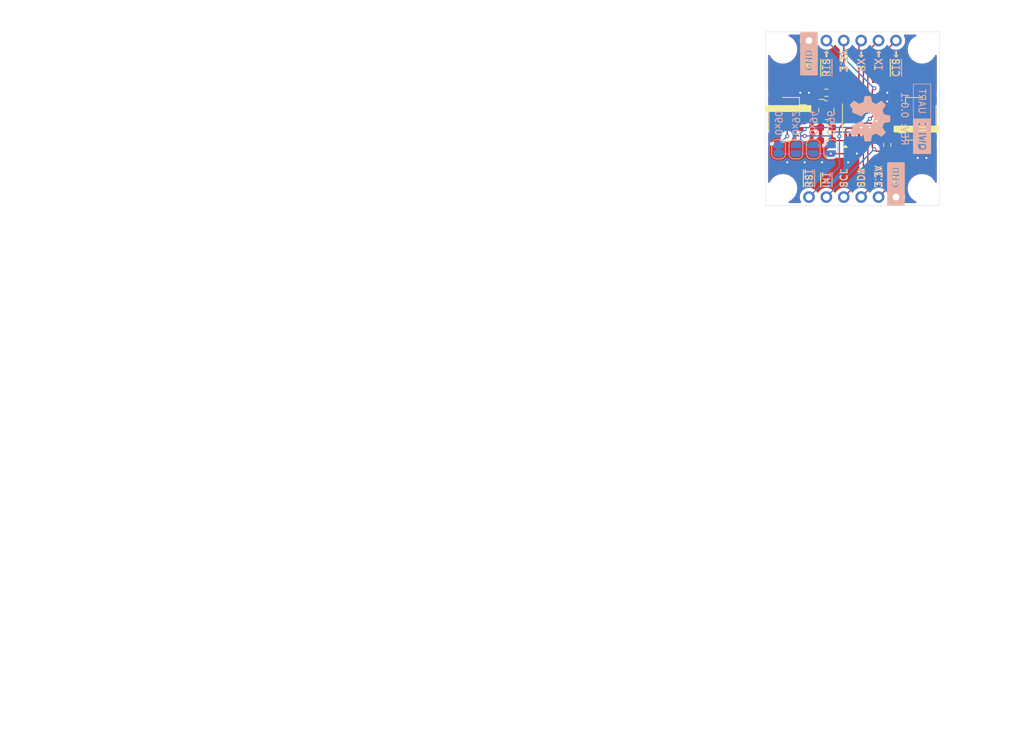
<source format=kicad_pcb>
(kicad_pcb (version 20240108) (generator "pcbnew") (generator_version "8.0")
  (title_block (title "Qwiic UART") (date "2025-01-11") (rev "0.0.1") (company "Designer: C. M. Bulliner") (comment 2 "OF MERCHANTABILITY, SATISFACTORY QUALITY AND FITNESS FOR A PARTICULAR PURPOSE.") (comment 3 "This document is distributed WITHOUT ANY EXPRESS OR IMPLIED WARRANTY, INCLUDING") (comment 4 "© 2025 C. M. Bulliner. Released under the CERN-OHL-P v2 license."))
  (layers (0 "F.Cu" signal) (31 "B.Cu" signal) (34 "B.Paste" user) (35 "F.Paste" user) (36 "B.SilkS" user "B.Silkscreen") (37 "F.SilkS" user "F.Silkscreen") (38 "B.Mask" user) (39 "F.Mask" user) (44 "Edge.Cuts" user))
  (net 0 "")
  (net 1 "GND")
  (net 2 "+3.3V")
  (net 5 "/SDA")
  (net 6 "/SCL")
  (net 9 "/RX")
  (net 10 "/~{RTS}")
  (net 11 "/~{CTS}")
  (net 12 "/TX")
  (net 13 "/~{RST}")
  (net 14 "/~{INT}")
  (net 16 "/A0")
  (net 18 "Net-(X1-Tri-State)")
  (net 19 "/CLK")
  (footprint "Project_Footprints:MountingHole_3.2mm" (layer "F.Cu") (at 149.86 97.79)
    (property "Reference" "REF**" (hide yes))
    (property "Value" "MountingHole_3.2mm" (hide yes))
    (pad "" np_thru_hole circle (at 0 0) (size 3.2 3.2) (drill 3.2) (layers "*.Cu" "*.Mask"))
  )
  (footprint "Resistor_SMD:R_0603_1608Metric_Pad0.98x0.95mm_HandSolder" (layer "F.Cu") (at 135.89 104.14 180)
    (property "Reference" "R2" (hide yes))
    (property "Value" "1K" (hide yes))
    (fp_line (start -0.254724 0.5225) (end 0.254724 0.5225) (stroke (width 0.12)) (layer "F.SilkS"))
    (fp_line (start -0.254724 -0.5225) (end 0.254724 -0.5225) (stroke (width 0.12)) (layer "F.SilkS"))
    (pad "1" smd roundrect (at -0.9125 0 180) (size 0.975 0.95) (layers "F.Cu" "F.Paste" "F.Mask") (net 2 "+3.3V"))
    (pad "2" smd roundrect (at 0.9125 0 180) (size 0.975 0.95) (layers "F.Cu" "F.Paste" "F.Mask") (net 18 "Net-(X1-Tri-State)"))
  )
  (footprint "Project_Footprints:MountingHole_3.2mm" (layer "F.Cu") (at 149.86 118.11)
    (property "Reference" "REF**" (hide yes))
    (property "Value" "MountingHole_3.2mm" (hide yes))
    (pad "" np_thru_hole circle (at 0 0) (size 3.2 3.2) (drill 3.2) (layers "*.Cu" "*.Mask"))
  )
  (footprint "Package_SO:TSSOP-16_4.4x5mm_P0.65mm" (layer "F.Cu") (at 140.97 107.95 90)
    (property "Reference" "U1" (hide yes))
    (property "Value" "SC16IS741A" (hide yes))
    (fp_line (start 0 -2.735) (end 2.2 -2.735) (stroke (width 0.12)) (layer "F.SilkS"))
    (fp_line (start 0 -2.735) (end -2.2 -2.735) (stroke (width 0.12)) (layer "F.SilkS"))
    (fp_line (start 0 2.735) (end 2.2 2.735) (stroke (width 0.12)) (layer "F.SilkS"))
    (fp_line (start 0 2.735) (end -2.2 2.735) (stroke (width 0.12)) (layer "F.SilkS"))
    (fp_poly (pts (xy -3.86 -2.275) (xy -4.19 -2.515) (xy -4.19 -2.035) (xy -3.86 -2.275)) (stroke (width 0.12)) (fill solid) (layer "F.SilkS"))
    (pad "1" smd roundrect (at -2.8625 -2.275 90) (size 1.475 0.4) (layers "F.Cu" "F.Paste" "F.Mask") (net 2 "+3.3V"))
    (pad "2" smd roundrect (at -2.8625 -1.625 90) (size 1.475 0.4) (layers "F.Cu" "F.Paste" "F.Mask") (net 16 "/A0"))
    (pad "3" smd roundrect (at -2.8625 -0.975 90) (size 1.475 0.4) (layers "F.Cu" "F.Paste" "F.Mask") (net 2 "+3.3V"))
    (pad "4" smd roundrect (at -2.8625 -0.325 90) (size 1.475 0.4) (layers "F.Cu" "F.Paste" "F.Mask"))
    (pad "5" smd roundrect (at -2.8625 0.325 90) (size 1.475 0.4) (layers "F.Cu" "F.Paste" "F.Mask") (net 6 "/SCL"))
    (pad "6" smd roundrect (at -2.8625 0.975 90) (size 1.475 0.4) (layers "F.Cu" "F.Paste" "F.Mask") (net 5 "/SDA"))
    (pad "7" smd roundrect (at -2.8625 1.625 90) (size 1.475 0.4) (layers "F.Cu" "F.Paste" "F.Mask") (net 14 "/~{INT}"))
    (pad "8" smd roundrect (at -2.8625 2.275 90) (size 1.475 0.4) (layers "F.Cu" "F.Paste" "F.Mask") (net 2 "+3.3V"))
    (pad "9" smd roundrect (at 2.8625 2.275 90) (size 1.475 0.4) (layers "F.Cu" "F.Paste" "F.Mask") (net 1 "GND"))
    (pad "10" smd roundrect (at 2.8625 1.625 90) (size 1.475 0.4) (layers "F.Cu" "F.Paste" "F.Mask") (net 10 "/~{RTS}"))
    (pad "11" smd roundrect (at 2.8625 0.975 90) (size 1.475 0.4) (layers "F.Cu" "F.Paste" "F.Mask") (net 11 "/~{CTS}"))
    (pad "12" smd roundrect (at 2.8625 0.325 90) (size 1.475 0.4) (layers "F.Cu" "F.Paste" "F.Mask") (net 12 "/TX"))
    (pad "13" smd roundrect (at 2.8625 -0.325 90) (size 1.475 0.4) (layers "F.Cu" "F.Paste" "F.Mask") (net 9 "/RX"))
    (pad "14" smd roundrect (at 2.8625 -0.975 90) (size 1.475 0.4) (layers "F.Cu" "F.Paste" "F.Mask") (net 13 "/~{RST}"))
    (pad "15" smd roundrect (at 2.8625 -1.625 90) (size 1.475 0.4) (layers "F.Cu" "F.Paste" "F.Mask") (net 19 "/CLK"))
    (pad "16" smd roundrect (at 2.8625 -2.275 90) (size 1.475 0.4) (layers "F.Cu" "F.Paste" "F.Mask"))
  )
  (footprint "Capacitor_SMD:C_0603_1608Metric_Pad1.08x0.95mm_HandSolder" (layer "F.Cu") (at 135.89 109.22)
    (property "Reference" "C1" (hide yes))
    (property "Value" "0.1uF" (hide yes))
    (fp_line (start -0.146267 -0.51) (end 0.146267 -0.51) (stroke (width 0.12)) (layer "F.SilkS"))
    (fp_line (start -0.146267 0.51) (end 0.146267 0.51) (stroke (width 0.12)) (layer "F.SilkS"))
    (pad "1" smd roundrect (at -0.8625 0) (size 1.075 0.95) (layers "F.Cu" "F.Paste" "F.Mask") (net 1 "GND"))
    (pad "2" smd roundrect (at 0.8625 0) (size 1.075 0.95) (layers "F.Cu" "F.Paste" "F.Mask") (net 2 "+3.3V"))
  )
  (footprint "Capacitor_SMD:C_0603_1608Metric_Pad1.08x0.95mm_HandSolder" (layer "F.Cu") (at 135.89 111.125)
    (property "Reference" "C2" (hide yes))
    (property "Value" "0.1uF" (hide yes))
    (fp_line (start -0.146267 -0.51) (end 0.146267 -0.51) (stroke (width 0.12)) (layer "F.SilkS"))
    (fp_line (start -0.146267 0.51) (end 0.146267 0.51) (stroke (width 0.12)) (layer "F.SilkS"))
    (pad "1" smd roundrect (at -0.8625 0) (size 1.075 0.95) (layers "F.Cu" "F.Paste" "F.Mask") (net 1 "GND"))
    (pad "2" smd roundrect (at 0.8625 0) (size 1.075 0.95) (layers "F.Cu" "F.Paste" "F.Mask") (net 2 "+3.3V"))
  )
  (footprint "Connector_JST:JST_SH_SM04B-SRSS-TB_1x04-1MP_P1.00mm_Horizontal" (layer "F.Cu") (at 149.225 107.95 90)
    (property "Reference" "J2" (hide yes))
    (property "Value" "QWIIC" (hide yes))
    (fp_line (start 3.11 -1.785) (end 2.06 -1.785) (stroke (width 0.12)) (layer "F.SilkS"))
    (fp_line (start -2.06 -1.785) (end -2.06 -2.775) (stroke (width 0.12)) (layer "F.SilkS"))
    (fp_line (start -3.11 -1.785) (end -2.06 -1.785) (stroke (width 0.12)) (layer "F.SilkS"))
    (fp_line (start 3.11 0.715) (end 3.11 -1.785) (stroke (width 0.12)) (layer "F.SilkS"))
    (fp_line (start -3.11 0.715) (end -3.11 -1.785) (stroke (width 0.12)) (layer "F.SilkS"))
    (fp_line (start -1.94 2.685) (end 1.94 2.685) (stroke (width 0.12)) (layer "F.SilkS"))
    (pad "1" smd roundrect (at -1.5 -2 90) (size 0.6 1.55) (layers "F.Cu" "F.Paste" "F.Mask") (net 1 "GND"))
    (pad "2" smd roundrect (at -0.5 -2 90) (size 0.6 1.55) (layers "F.Cu" "F.Paste" "F.Mask") (net 2 "+3.3V"))
    (pad "3" smd roundrect (at 0.5 -2 90) (size 0.6 1.55) (layers "F.Cu" "F.Paste" "F.Mask") (net 5 "/SDA"))
    (pad "4" smd roundrect (at 1.5 -2 90) (size 0.6 1.55) (layers "F.Cu" "F.Paste" "F.Mask") (net 6 "/SCL"))
    (pad "MP" smd roundrect (at -2.8 1.875 90) (size 1.2 1.8) (layers "F.Cu" "F.Paste" "F.Mask") (roundrect_rratio 0.208333))
    (pad "MP" smd roundrect (at 2.8 1.875 90) (size 1.2 1.8) (layers "F.Cu" "F.Paste" "F.Mask") (roundrect_rratio 0.208333))
  )
  (footprint "Connector_JST:JST_SH_SM04B-SRSS-TB_1x04-1MP_P1.00mm_Horizontal" (layer "F.Cu") (at 130.175 107.95 -90)
    (property "Reference" "J1" (hide yes))
    (property "Value" "QWIIC" (hide yes))
    (fp_line (start -1.94 2.685) (end 1.94 2.685) (stroke (width 0.12)) (layer "F.SilkS"))
    (fp_line (start -3.11 0.715) (end -3.11 -1.785) (stroke (width 0.12)) (layer "F.SilkS"))
    (fp_line (start 3.11 0.715) (end 3.11 -1.785) (stroke (width 0.12)) (layer "F.SilkS"))
    (fp_line (start -3.11 -1.785) (end -2.06 -1.785) (stroke (width 0.12)) (layer "F.SilkS"))
    (fp_line (start -2.06 -1.785) (end -2.06 -2.775) (stroke (width 0.12)) (layer "F.SilkS"))
    (fp_line (start 3.11 -1.785) (end 2.06 -1.785) (stroke (width 0.12)) (layer "F.SilkS"))
    (pad "1" smd roundrect (at -1.5 -2 270) (size 0.6 1.55) (layers "F.Cu" "F.Paste" "F.Mask") (net 1 "GND"))
    (pad "2" smd roundrect (at -0.5 -2 270) (size 0.6 1.55) (layers "F.Cu" "F.Paste" "F.Mask") (net 2 "+3.3V"))
    (pad "3" smd roundrect (at 0.5 -2 270) (size 0.6 1.55) (layers "F.Cu" "F.Paste" "F.Mask") (net 5 "/SDA"))
    (pad "4" smd roundrect (at 1.5 -2 270) (size 0.6 1.55) (layers "F.Cu" "F.Paste" "F.Mask") (net 6 "/SCL"))
    (pad "MP" smd roundrect (at -2.8 1.875 270) (size 1.2 1.8) (layers "F.Cu" "F.Paste" "F.Mask") (roundrect_rratio 0.208333))
    (pad "MP" smd roundrect (at 2.8 1.875 270) (size 1.2 1.8) (layers "F.Cu" "F.Paste" "F.Mask") (roundrect_rratio 0.208333))
  )
  (footprint "Oscillator:Oscillator_SMD_ECS_2520MV-xxx-xx-4Pin_2.5x2.0mm" (layer "F.Cu") (at 135.89 106.68)
    (property "Reference" "X1" (hide yes))
    (property "Value" "ECS-2520MVLC-018-BN-TR" (hide yes))
    (fp_line (start -1.11 0.32) (end -1.11 -0.32) (stroke (width 0.12)) (layer "F.SilkS"))
    (fp_line (start -0.38 -1.56) (end -1.07 -1.56) (stroke (width 0.12)) (layer "F.SilkS"))
    (fp_line (start -0.17 1.36) (end 0.17 1.36) (stroke (width 0.12)) (layer "F.SilkS"))
    (fp_line (start -0.16 -1.36) (end 0.17 -1.36) (stroke (width 0.12)) (layer "F.SilkS"))
    (fp_line (start 1.11 0.32) (end 1.11 -0.32) (stroke (width 0.12)) (layer "F.SilkS"))
    (fp_arc (start -0.38 -1.56) (mid -0.246393 -1.485967) (end -0.16 -1.36) (stroke (width 0.12)) (layer "F.SilkS"))
    (pad "1" smd roundrect (at -0.725 -0.925) (size 0.8 0.9) (layers "F.Cu" "F.Paste" "F.Mask") (net 18 "Net-(X1-Tri-State)"))
    (pad "2" smd roundrect (at -0.725 0.925) (size 0.8 0.9) (layers "F.Cu" "F.Paste" "F.Mask") (net 1 "GND"))
    (pad "3" smd roundrect (at 0.725 0.925) (size 0.8 0.9) (layers "F.Cu" "F.Paste" "F.Mask") (net 19 "/CLK"))
    (pad "4" smd roundrect (at 0.725 -0.925) (size 0.8 0.9) (layers "F.Cu" "F.Paste" "F.Mask") (net 2 "+3.3V"))
  )
  (footprint "Resistor_SMD:R_0603_1608Metric_Pad0.98x0.95mm_HandSolder" (layer "F.Cu") (at 144.78 111.76 -90)
    (property "Reference" "R1" (hide yes))
    (property "Value" "1K" (hide yes))
    (fp_line (start -0.254724 0.5225) (end 0.254724 0.5225) (stroke (width 0.12)) (layer "F.SilkS"))
    (fp_line (start -0.254724 -0.5225) (end 0.254724 -0.5225) (stroke (width 0.12)) (layer "F.SilkS"))
    (pad "1" smd roundrect (at -0.9125 0 270) (size 0.975 0.95) (layers "F.Cu" "F.Paste" "F.Mask") (net 2 "+3.3V"))
    (pad "2" smd roundrect (at 0.9125 0 270) (size 0.975 0.95) (layers "F.Cu" "F.Paste" "F.Mask") (net 14 "/~{INT}"))
  )
  (footprint "Project_Footprints:MountingHole_3.2mm" (layer "F.Cu") (at 129.54 97.79)
    (property "Reference" "REF**" (hide yes))
    (property "Value" "MountingHole_3.2mm" (hide yes))
    (pad "" np_thru_hole circle (at 0 0) (size 3.2 3.2) (drill 3.2) (layers "*.Cu" "*.Mask"))
  )
  (footprint "Project_Footprints:MountingHole_3.2mm" (layer "F.Cu") (at 129.54 118.11)
    (property "Reference" "REF**" (hide yes))
    (property "Value" "MountingHole_3.2mm" (hide yes))
    (pad "" np_thru_hole circle (at 0 0) (size 3.2 3.2) (drill 3.2) (layers "*.Cu" "*.Mask"))
  )
  (footprint "Project_Footprints:PinHeader_1x06_P2.54mm" (layer "F.Cu") (at 146.05 119.38 -90)
    (property "Reference" "J4")
    (property "Value" "~" (hide yes))
    (pad "1" thru_hole circle (at 0 0 270) (size 1.7 1.7) (drill 1) (layers "*.Cu" "*.Mask") (net 1 "GND"))
    (pad "2" thru_hole circle (at 0 2.54 270) (size 1.7 1.7) (drill 1) (layers "*.Cu" "*.Mask") (net 2 "+3.3V"))
    (pad "3" thru_hole circle (at 0 5.08 270) (size 1.7 1.7) (drill 1) (layers "*.Cu" "*.Mask") (net 5 "/SDA"))
    (pad "4" thru_hole circle (at 0 7.62 270) (size 1.7 1.7) (drill 1) (layers "*.Cu" "*.Mask") (net 6 "/SCL"))
    (pad "5" thru_hole circle (at 0 10.16 270) (size 1.7 1.7) (drill 1) (layers "*.Cu" "*.Mask") (net 14 "/~{INT}"))
    (pad "6" thru_hole circle (at 0 12.7 270) (size 1.7 1.7) (drill 1) (layers "*.Cu" "*.Mask") (net 13 "/~{RST}"))
  )
  (footprint "Project_Footprints:PinHeader_1x06_P2.54mm" (layer "F.Cu") (at 133.35 96.52 90)
    (property "Reference" "J3")
    (property "Value" "FTDI" (hide yes))
    (pad "1" thru_hole circle (at 0 0 90) (size 1.7 1.7) (drill 1) (layers "*.Cu" "*.Mask") (net 1 "GND"))
    (pad "2" thru_hole circle (at 0 2.54 90) (size 1.7 1.7) (drill 1) (layers "*.Cu" "*.Mask") (net 10 "/~{RTS}"))
    (pad "3" thru_hole circle (at 0 5.08 90) (size 1.7 1.7) (drill 1) (layers "*.Cu" "*.Mask") (net 2 "+3.3V"))
    (pad "4" thru_hole circle (at 0 7.62 90) (size 1.7 1.7) (drill 1) (layers "*.Cu" "*.Mask") (net 9 "/RX"))
    (pad "5" thru_hole circle (at 0 10.16 90) (size 1.7 1.7) (drill 1) (layers "*.Cu" "*.Mask") (net 12 "/TX"))
    (pad "6" thru_hole circle (at 0 12.7 90) (size 1.7 1.7) (drill 1) (layers "*.Cu" "*.Mask") (net 11 "/~{CTS}"))
  )
  (footprint "Jumper:SolderJumper-2_P1.3mm_Open_RoundedPad1.0x1.5mm" (layer "B.Cu") (at 131.445 112.395 -90)
    (property "Reference" "JP2")
    (property "Value" "SolderJumper_2_Open" (hide yes))
    (fp_line (start 0.7 1) (end -0.7 1) (stroke (width 0.12)) (layer "B.SilkS"))
    (fp_line (start -1.4 0.3) (end -1.4 -0.3) (stroke (width 0.12)) (layer "B.SilkS"))
    (fp_line (start 1.4 -0.3) (end 1.4 0.3) (stroke (width 0.12)) (layer "B.SilkS"))
    (fp_line (start -0.7 -1) (end 0.7 -1) (stroke (width 0.12)) (layer "B.SilkS"))
    (fp_arc (start -0.7 1) (mid -1.194975 0.794975) (end -1.4 0.3) (stroke (width 0.12)) (layer "B.SilkS"))
    (fp_arc (start 1.4 0.3) (mid 1.194975 0.794975) (end 0.7 1) (stroke (width 0.12)) (layer "B.SilkS"))
    (fp_arc (start -1.4 -0.3) (mid -1.194975 -0.794975) (end -0.7 -1) (stroke (width 0.12)) (layer "B.SilkS"))
    (fp_arc (start 0.7 -1) (mid 1.194975 -0.794975) (end 1.4 -0.3) (stroke (width 0.12)) (layer "B.SilkS"))
    (pad "1" smd custom (at -0.65 0 270) (size 1 0.5) (layers "B.Cu" "B.Mask") (net 1 "GND") (options (clearance outline) (anchor rect)) (primitives (gr_circle (center 0 -0.25) (end 0.5 -0.25) (width 0) (fill yes)) (gr_circle (center 0 0.25) (end 0.5 0.25) (width 0) (fill yes)) (gr_poly (pts (xy 0.5 -0.75) (xy 0 -0.75) (xy 0 0.75) (xy 0.5 0.75)) (width 0) (fill yes))))
    (pad "2" smd custom (at 0.65 0 270) (size 1 0.5) (layers "B.Cu" "B.Mask") (net 16 "/A0") (options (clearance outline) (anchor rect)) (primitives (gr_circle (center 0 -0.25) (end 0.5 -0.25) (width 0) (fill yes)) (gr_circle (center 0 0.25) (end 0.5 0.25) (width 0) (fill yes)) (gr_poly (pts (xy 0 -0.75) (xy -0.5 -0.75) (xy -0.5 0.75) (xy 0 0.75)) (width 0) (fill yes))))
  )
  (footprint "Jumper:SolderJumper-2_P1.3mm_Open_RoundedPad1.0x1.5mm" (layer "B.Cu") (at 133.985 112.395 -90)
    (property "Reference" "JP3")
    (property "Value" "SolderJumper_2_Open" (hide yes))
    (fp_line (start 0.7 1) (end -0.7 1) (stroke (width 0.12)) (layer "B.SilkS"))
    (fp_line (start -1.4 0.3) (end -1.4 -0.3) (stroke (width 0.12)) (layer "B.SilkS"))
    (fp_line (start 1.4 -0.3) (end 1.4 0.3) (stroke (width 0.12)) (layer "B.SilkS"))
    (fp_line (start -0.7 -1) (end 0.7 -1) (stroke (width 0.12)) (layer "B.SilkS"))
    (fp_arc (start -0.7 1) (mid -1.194975 0.794975) (end -1.4 0.3) (stroke (width 0.12)) (layer "B.SilkS"))
    (fp_arc (start 1.4 0.3) (mid 1.194975 0.794975) (end 0.7 1) (stroke (width 0.12)) (layer "B.SilkS"))
    (fp_arc (start -1.4 -0.3) (mid -1.194975 -0.794975) (end -0.7 -1) (stroke (width 0.12)) (layer "B.SilkS"))
    (fp_arc (start 0.7 -1) (mid 1.194975 -0.794975) (end 1.4 -0.3) (stroke (width 0.12)) (layer "B.SilkS"))
    (pad "1" smd custom (at -0.65 0 270) (size 1 0.5) (layers "B.Cu" "B.Mask") (net 6 "/SCL") (options (clearance outline) (anchor rect)) (primitives (gr_circle (center 0 -0.25) (end 0.5 -0.25) (width 0) (fill yes)) (gr_circle (center 0 0.25) (end 0.5 0.25) (width 0) (fill yes)) (gr_poly (pts (xy 0.5 -0.75) (xy 0 -0.75) (xy 0 0.75) (xy 0.5 0.75)) (width 0) (fill yes))))
    (pad "2" smd custom (at 0.65 0 270) (size 1 0.5) (layers "B.Cu" "B.Mask") (net 16 "/A0") (options (clearance outline) (anchor rect)) (primitives (gr_circle (center 0 -0.25) (end 0.5 -0.25) (width 0) (fill yes)) (gr_circle (center 0 0.25) (end 0.5 0.25) (width 0) (fill yes)) (gr_poly (pts (xy 0 -0.75) (xy -0.5 -0.75) (xy -0.5 0.75) (xy 0 0.75)) (width 0) (fill yes))))
  )
  (footprint "Symbol:OSHW-Symbol_6.7x6mm_SilkScreen" (layer "B.Cu") (at 142.24 107.95 90)
    (property "Reference" "REF**" (hide yes))
    (property "Value" "OSHW-Symbol_6.7x6mm_SilkScreen" (hide yes))
    (fp_poly (pts (xy 0.555814 2.531069) (xy 0.639635 2.086445) (xy 0.94892 1.958947) (xy 1.258206 1.831449) (xy 1.629246 2.083754) (xy 1.733157 2.154004) (xy 1.827087 2.216728) (xy 1.906652 2.269062) (xy 1.96747 2.308143) (xy 2.005157 2.331107) (xy 2.015421 2.336058) (xy 2.03391 2.323324) (xy 2.07342 2.288118) (xy 2.129522 2.234938) (xy 2.197787 2.168282) (xy 2.273786 2.092646) (xy 2.353092 2.012528) (xy 2.431275 1.932426) (xy 2.503907 1.856836) (xy 2.566559 1.790255) (xy 2.614803 1.737182) (xy 2.64421 1.702113) (xy 2.651241 1.690377) (xy 2.641123 1.66874) (xy 2.612759 1.621338) (xy 2.569129 1.552807) (xy 2.513218 1.467785) (xy 2.448006 1.370907) (xy 2.410219 1.31565) (xy 2.341343 1.214752) (xy 2.28014 1.123701) (xy 2.229578 1.04703) (xy 2.192628 0.989272) (xy 2.172258 0.954957) (xy 2.169197 0.947746) (xy 2.176136 0.927252) (xy 2.195051 0.879487) (xy 2.223087 0.811168) (xy 2.257391 0.729011) (xy 2.295109 0.63973) (xy 2.333387 0.550042) (xy 2.36937 0.466662) (xy 2.400206 0.396306) (xy 2.423039 0.34569) (xy 2.435017 0.321529) (xy 2.435724 0.320578) (xy 2.454531 0.315964) (xy 2.504618 0.305672) (xy 2.580793 0.290713) (xy 2.677865 0.272099) (xy 2.790643 0.250841) (xy 2.856442 0.238582) (xy 2.97695 0.215638) (xy 3.085797 0.193805) (xy 3.177476 0.174278) (xy 3.246481 0.158252) (xy 3.287304 0.146921) (xy 3.295511 0.143326) (xy 3.303548 0.118994) (xy 3.310033 0.064041) (xy 3.31497 -0.015108) (xy 3.318364 -0.112026) (xy 3.320218 -0.220287) (xy 3.320538 -0.333465) (xy 3.319327 -0.445135) (xy 3.31659 -0.548868) (xy 3.312331 -0.638241) (xy 3.306555 -0.706826) (xy 3.299267 -0.748197) (xy 3.294895 -0.75681) (xy 3.268764 -0.767133) (xy 3.213393 -0.781892) (xy 3.136107 -0.799352) (xy 3.04423 -0.81778) (xy 3.012158 -0.823741) (xy 2.857524 -0.852066) (xy 2.735375 -0.874876) (xy 2.641673 -0.89308) (xy 2.572384 -0.907583) (xy 2.523471 -0.919292) (xy 2.490897 -0.929115) (xy 2.470628 -0.937956) (xy 2.458626 -0.946724) (xy 2.456947 -0.948457) (xy 2.440184 -0.976371) (xy 2.414614 -1.030695) (xy 2.382788 -1.104777) (xy 2.34726 -1.191965) (xy 2.310583 -1.285608) (xy 2.275311 -1.379052) (xy 2.243996 -1.465647) (xy 2.219193 -1.53874) (xy 2.203454 -1.591678) (xy 2.199332 -1.617811) (xy 2.199676 -1.618726) (xy 2.213641 -1.640086) (xy 2.245322 -1.687084) (xy 2.291391 -1.754827) (xy 2.348518 -1.838423) (xy 2.413373 -1.932982) (xy 2.431843 -1.959854) (xy 2.497699 -2.057275) (xy 2.55565 -2.146163) (xy 2.602538 -2.221412) (xy 2.635207 -2.27792) (xy 2.6505 -2.310581) (xy 2.651241 -2.314593) (xy 2.638392 -2.335684) (xy 2.602888 -2.377464) (xy 2.549293 -2.435445) (xy 2.482171 -2.505135) (xy 2.406087 -2.582045) (xy 2.325604 -2.661683) (xy 2.245287 -2.739561) (xy 2.169699 -2.811186) (xy 2.103405 -2.87207) (xy 2.050969 -2.917721) (xy 2.016955 -2.94365) (xy 2.007545 -2.947883) (xy 1.985643 -2.937912) (xy 1.9408 -2.91102) (xy 1.880321 -2.871736) (xy 1.833789 -2.840117) (xy 1.749475 -2.782098) (xy 1.649626 -2.713784) (xy 1.549473 -2.645579) (xy 1.495627 -2.609075) (xy 1.313371 -2.4858) (xy 1.160381 -2.56852) (xy 1.090682 -2.604759) (xy 1.031414 -2.632926) (xy 0.991311 -2.648991) (xy 0.981103 -2.651226) (xy 0.968829 -2.634722) (xy 0.944613 -2.588082) (xy 0.910263 -2.515609) (xy 0.867588 -2.421606) (xy 0.818394 -2.310374) (xy 0.76449 -2.186215) (xy 0.707684 -2.053432) (xy 0.649782 -1.916327) (xy 0.592593 -1.779202) (xy 0.537924 -1.646358) (xy 0.487584 -1.522098) (xy 0.44338 -1.410725) (xy 0.407119 -1.316539) (xy 0.380609 -1.243844) (xy 0.365658 -1.196941) (xy 0.363254 -1.180833) (xy 0.382311 -1.160286) (xy 0.424036 -1.126933) (xy 0.479706 -1.087702) (xy 0.484378 -1.084599) (xy 0.628264 -0.969423) (xy 0.744283 -0.835053) (xy 0.83143 -0.685784) (xy 0.888699 -0.525913) (xy 0.915086 -0.359737) (xy 0.909585 -0.191552) (xy 0.87119 -0.025655) (xy 0.798895 0.133658) (xy 0.777626 0.168513) (xy 0.666996 0.309263) (xy 0.536302 0.422286) (xy 0.390064 0.506997) (xy 0.232808 0.562806) (xy 0.069057 0.589126) (xy -0.096667 0.58537) (xy -0.259838 0.55095) (xy -0.415935 0.485277) (xy -0.560433 0.387765) (xy -0.605131 0.348187) (xy -0.718888 0.224297) (xy -0.801782 0.093876) (xy -0.858644 -0.052315) (xy -0.890313 -0.197088) (xy -0.898131 -0.35986) (xy -0.872062 -0.52344) (xy -0.814755 -0.682298) (xy -0.728856 -0.830906) (xy -0.617014 -0.963735) (xy -0.481877 -1.075256) (xy -0.464117 -1.087011) (xy -0.40785 -1.125508) (xy -0.365077 -1.158863) (xy -0.344628 -1.18016) (xy -0.344331 -1.180833) (xy -0.348721 -1.203871) (xy -0.366124 -1.256157) (xy -0.394732 -1.33339) (xy -0.432735 -1.431268) (xy -0.478326 -1.545491) (xy -0.529697 -1.671758) (xy -0.585038 -1.805767) (xy -0.642542 -1.943218) (xy -0.700399 -2.079808) (xy -0.756802 -2.211237) (xy -0.809942 -2.333205) (xy -0.85801 -2.441409) (xy -0.899199 -2.531549) (xy -0.931699 -2.599323) (xy -0.953703 -2.64043) (xy -0.962564 -2.651226) (xy -0.98964 -2.642819) (xy -1.040303 -2.620272) (xy -1.105817 -2.587613) (xy -1.141841 -2.56852) (xy -1.294832 -2.4858) (xy -1.477088 -2.609075) (xy -1.570125 -2.672228) (xy -1.671985 -2.741727) (xy -1.767438 -2.807165) (xy -1.81525 -2.840117) (xy -1.882495 -2.885273) (xy -1.939436 -2.921057) (xy -1.978646 -2.942938) (xy -1.991381 -2.947563) (xy -2.009917 -2.935085) (xy -2.050941 -2.900252) (xy -2.110475 -2.846678) (xy -2.184542 -2.777983) (xy -2.269165 -2.697781) (xy -2.322685 -2.646286) (xy -2.416319 -2.554286) (xy -2.497241 -2.471999) (xy -2.562177 -2.402945) (xy -2.607858 -2.350644) (xy -2.631011 -2.318616) (xy -2.633232 -2.312116) (xy -2.622924 -2.287394) (xy -2.594439 -2.237405) (xy -2.550937 -2.167212) (xy -2.495577 -2.081875) (xy -2.43152 -1.986456) (xy -2.413303 -1.959854) (xy -2.346927 -1.863167) (xy -2.287378 -1.776117) (xy -2.237984 -1.703595) (xy -2.202075 -1.650493) (xy -2.182981 -1.621703) (xy -2.181136 -1.618726) (xy -2.183895 -1.595782) (xy -2.198538 -1.545336) (xy -2.222513 -1.474041) (xy -2.253266 -1.388547) (xy -2.288244 -1.295507) (xy -2.324893 -1.201574) (xy -2.360661 -1.113399) (xy -2.392994 -1.037634) (xy -2.419338 -0.980931) (xy -2.437142 -0.949943) (xy -2.438407 -0.948457) (xy -2.449294 -0.939601) (xy -2.467682 -0.930843) (xy -2.497606 -0.921277) (xy -2.543103 -0.909996) (xy -2.608209 -0.896093) (xy -2.696961 -0.878663) (xy -2.813393 -0.856798) (xy -2.961542 -0.829591) (xy -2.993618 -0.823741) (xy -3.088686 -0.805374) (xy -3.171565 -0.787405) (xy -3.23493 -0.771569) (xy -3.271458 -0.7596) (xy -3.276356 -0.75681) (xy -3.284427 -0.732072) (xy -3.290987 -0.67679) (xy -3.296033 -0.597389) (xy -3.299559 -0.500296) (xy -3.301561 -0.391938) (xy -3.302036 -0.27874) (xy -3.300977 -0.167128) (xy -3.298382 -0.063529) (xy -3.294246 0.025632) (xy -3.288563 0.093928) (xy -3.281331 0.134934) (xy -3.276971 0.143326) (xy -3.252698 0.151792) (xy -3.197426 0.165565) (xy -3.116662 0.18345) (xy -3.015912 0.204252) (xy -2.900683 0.226777) (xy -2.837902 0.238582) (xy -2.718787 0.260849) (xy -2.612565 0.281021) (xy -2.524427 0.298085) (xy -2.459566 0.311031) (xy -2.423174 0.318845) (xy -2.417184 0.320578) (xy -2.407061 0.34011) (xy -2.385662 0.387157) (xy -2.355839 0.454997) (xy -2.320445 0.536909) (xy -2.282332 0.626172) (xy -2.244353 0.716065) (xy -2.20936 0.799865) (xy -2.180206 0.870853) (xy -2.159743 0.922306) (xy -2.150823 0.947503) (xy -2.150657 0.948604) (xy -2.160769 0.968481) (xy -2.189117 1.014223) (xy -2.232723 1.081283) (xy -2.288606 1.165116) (xy -2.353787 1.261174) (xy -2.391679 1.31635) (xy -2.460725 1.417519) (xy -2.52205 1.50937) (xy -2.572663 1.587256) (xy -2.609571 1.646531) (xy -2.629782 1.682549) (xy -2.632701 1.690623) (xy -2.620153 1.709416) (xy -2.585463 1.749543) (xy -2.533063 1.806507) (xy -2.467384 1.875815) (xy -2.392856 1.952969) (xy -2.313913 2.033475) (xy -2.234983 2.112837) (xy -2.1605 2.18656) (xy -2.094894 2.250148) (xy -2.042596 2.299106) (xy -2.008039 2.328939) (xy -1.996478 2.336058) (xy -1.977654 2.326047) (xy -1.932631 2.297922) (xy -1.865787 2.254546) (xy -1.781499 2.198782) (xy -1.684144 2.133494) (xy -1.610707 2.083754) (xy -1.239667 1.831449) (xy -0.621095 2.086445) (xy -0.537275 2.531069) (xy -0.453454 2.975693) (xy 0.471994 2.975693) (xy 0.555814 2.531069)) (stroke (width 0.01)) (fill solid) (layer "B.SilkS"))
  )
  (footprint "Jumper:SolderJumper-2_P1.3mm_Bridged_RoundedPad1.0x1.5mm" (layer "B.Cu") (at 128.905 112.395 -90)
    (property "Reference" "JP1")
    (property "Value" "SolderJumper_2_Bridged" (hide yes))
    (fp_poly (pts (xy 0.25 0.3) (xy -0.25 0.3) (xy -0.25 -0.3) (xy 0.25 -0.3)) (fill solid) (layer "B.Cu"))
    (fp_line (start 0.7 1) (end -0.7 1) (stroke (width 0.12)) (layer "B.SilkS"))
    (fp_line (start -1.4 0.3) (end -1.4 -0.3) (stroke (width 0.12)) (layer "B.SilkS"))
    (fp_line (start 1.4 -0.3) (end 1.4 0.3) (stroke (width 0.12)) (layer "B.SilkS"))
    (fp_line (start -0.7 -1) (end 0.7 -1) (stroke (width 0.12)) (layer "B.SilkS"))
    (fp_arc (start -0.7 1) (mid -1.194975 0.794975) (end -1.4 0.3) (stroke (width 0.12)) (layer "B.SilkS"))
    (fp_arc (start 1.4 0.3) (mid 1.194975 0.794975) (end 0.7 1) (stroke (width 0.12)) (layer "B.SilkS"))
    (fp_arc (start -1.4 -0.3) (mid -1.194975 -0.794975) (end -0.7 -1) (stroke (width 0.12)) (layer "B.SilkS"))
    (fp_arc (start 0.7 -1) (mid 1.194975 -0.794975) (end 1.4 -0.3) (stroke (width 0.12)) (layer "B.SilkS"))
    (pad "1" smd custom (at -0.65 0 270) (size 1 0.5) (layers "B.Cu" "B.Mask") (net 2 "+3.3V") (options (clearance outline) (anchor rect)) (primitives (gr_circle (center 0 -0.25) (end 0.5 -0.25) (width 0) (fill yes)) (gr_circle (center 0 0.25) (end 0.5 0.25) (width 0) (fill yes)) (gr_poly (pts (xy 0.5 -0.75) (xy 0 -0.75) (xy 0 0.75) (xy 0.5 0.75)) (width 0) (fill yes))))
    (pad "2" smd custom (at 0.65 0 270) (size 1 0.5) (layers "B.Cu" "B.Mask") (net 16 "/A0") (options (clearance outline) (anchor rect)) (primitives (gr_circle (center 0 -0.25) (end 0.5 -0.25) (width 0) (fill yes)) (gr_circle (center 0 0.25) (end 0.5 0.25) (width 0) (fill yes)) (gr_poly (pts (xy 0 -0.75) (xy -0.5 -0.75) (xy -0.5 0.75) (xy 0 0.75)) (width 0) (fill yes))))
  )
  (footprint "Jumper:SolderJumper-2_P1.3mm_Open_RoundedPad1.0x1.5mm" (layer "B.Cu") (at 136.525 112.395 -90)
    (property "Reference" "JP4")
    (property "Value" "SolderJumper_2_Open" (hide yes))
    (fp_line (start 0.7 1) (end -0.7 1) (stroke (width 0.12)) (layer "B.SilkS"))
    (fp_line (start -1.4 0.3) (end -1.4 -0.3) (stroke (width 0.12)) (layer "B.SilkS"))
    (fp_line (start 1.4 -0.3) (end 1.4 0.3) (stroke (width 0.12)) (layer "B.SilkS"))
    (fp_line (start -0.7 -1) (end 0.7 -1) (stroke (width 0.12)) (layer "B.SilkS"))
    (fp_arc (start -0.7 1) (mid -1.194975 0.794975) (end -1.4 0.3) (stroke (width 0.12)) (layer "B.SilkS"))
    (fp_arc (start 1.4 0.3) (mid 1.194975 0.794975) (end 0.7 1) (stroke (width 0.12)) (layer "B.SilkS"))
    (fp_arc (start -1.4 -0.3) (mid -1.194975 -0.794975) (end -0.7 -1) (stroke (width 0.12)) (layer "B.SilkS"))
    (fp_arc (start 0.7 -1) (mid 1.194975 -0.794975) (end 1.4 -0.3) (stroke (width 0.12)) (layer "B.SilkS"))
    (pad "1" smd custom (at -0.65 0 270) (size 1 0.5) (layers "B.Cu" "B.Mask") (net 5 "/SDA") (options (clearance outline) (anchor rect)) (primitives (gr_circle (center 0 -0.25) (end 0.5 -0.25) (width 0) (fill yes)) (gr_circle (center 0 0.25) (end 0.5 0.25) (width 0) (fill yes)) (gr_poly (pts (xy 0.5 -0.75) (xy 0 -0.75) (xy 0 0.75) (xy 0.5 0.75)) (width 0) (fill yes))))
    (pad "2" smd custom (at 0.65 0 270) (size 1 0.5) (layers "B.Cu" "B.Mask") (net 16 "/A0") (options (clearance outline) (anchor rect)) (primitives (gr_circle (center 0 -0.25) (end 0.5 -0.25) (width 0) (fill yes)) (gr_circle (center 0 0.25) (end 0.5 0.25) (width 0) (fill yes)) (gr_poly (pts (xy 0 -0.75) (xy -0.5 -0.75) (xy -0.5 0.75) (xy 0 0.75)) (width 0) (fill yes))))
  )
  (gr_rect (start 148.59 102.87) (end 151.13 113.03) (stroke (width 0.1)) (fill none) (layer "B.SilkS"))
  (gr_line (start 148.59 107.95) (end 151.13 107.95) (stroke (width 0.1)) (layer "B.SilkS"))
  (gr_line (start 152.4 120.65) (end 127 120.65) (stroke (width 0.05)) (layer "Edge.Cuts"))
  (gr_line (start 127 120.65) (end 127 95.25) (stroke (width 0.05)) (layer "Edge.Cuts"))
  (gr_line (start 127 95.25) (end 152.4 95.25) (stroke (width 0.05)) (layer "Edge.Cuts"))
  (gr_line (start 152.4 95.25) (end 152.4 120.65) (stroke (width 0.05)) (layer "Edge.Cuts"))
  (gr_text "QWIIC" (at 149.86 110.49 -90) (layer "B.SilkS" knockout) (effects (font (size 1 1)) (justify mirror)))
  (gr_text "SDA" (at 140.97 118.11 -90) (layer "B.SilkS") (effects (font (size 1 1)) (justify left mirror)))
  (gr_text "0x90" (at 128.905 110.49 -90) (layer "B.SilkS") (effects (font (size 1 1)) (justify left mirror)))
  (gr_text "~{RST}" (at 133.35 118.11 270) (layer "B.SilkS") (effects (font (size 1 1)) (justify left mirror)))
  (gr_text "0x92" (at 131.445 110.49 -90) (layer "B.SilkS") (effects (font (size 1 1)) (justify left mirror)))
  (gr_text "UART" (at 149.86 105.41 -90) (layer "B.SilkS") (effects (font (size 1 1)) (justify mirror)))
  (gr_text "3.3V" (at 138.43 97.79 -90) (layer "B.SilkS") (effects (font (size 1 1)) (justify right mirror)))
  (gr_text "0x94" (at 133.985 110.49 -90) (layer "B.SilkS") (effects (font (size 1 1)) (justify left mirror)))
  (gr_text "REV: ${REVISION}" (at 147.32 107.95 270) (layer "B.SilkS") (effects (font (size 1 1)) (justify mirror)))
  (gr_text "SCL" (at 138.43 118.11 -90) (layer "B.SilkS") (effects (font (size 1 1)) (justify left mirror)))
  (gr_text "0x96" (at 136.525 110.49 270) (layer "B.SilkS") (effects (font (size 1 1)) (justify left mirror)))
  (gr_text "~{CTS}←" (at 146.05 97.79 270) (layer "B.SilkS") (effects (font (size 1 1)) (justify right mirror)))
  (gr_text "~{INT}" (at 135.89 118.11 -90) (layer "B.SilkS") (effects (font (size 1 1)) (justify left mirror)))
  (gr_text "GND" (at 133.35 97.79 -90) (layer "B.SilkS" knockout) (effects (font (size 1 1)) (justify right mirror)))
  (gr_text "TX→" (at 143.51 97.79 270) (layer "B.SilkS") (effects (font (size 1 1)) (justify right mirror)))
  (gr_text "~{RTS}→" (at 135.89 97.79 270) (layer "B.SilkS") (effects (font (size 1 1)) (justify right mirror)))
  (gr_text "3.3V" (at 143.51 118.11 -90) (layer "B.SilkS") (effects (font (size 1 1)) (justify left mirror)))
  (gr_text "RX←" (at 140.97 97.79 270) (layer "B.SilkS") (effects (font (size 1 1)) (justify right mirror)))
  (gr_text "GND" (at 146.05 118.11 -90) (layer "B.SilkS" knockout) (effects (font (size 1 1)) (justify left mirror)))
  (gr_text "~{INT}" (at 135.89 118.11 90) (layer "F.SilkS") (effects (font (size 1 1)) (justify left)))
  (gr_text "RX←" (at 140.97 97.79 90) (layer "F.SilkS") (effects (font (size 1 1)) (justify right)))
  (gr_text "3.3V" (at 143.51 118.11 90) (layer "F.SilkS") (effects (font (size 1 1)) (justify left)))
  (gr_text "SDA" (at 140.97 118.11 90) (layer "F.SilkS") (effects (font (size 1 1)) (justify left)))
  (gr_text "TX→" (at 143.51 97.79 90) (layer "F.SilkS") (effects (font (size 1 1)) (justify right)))
  (gr_text "GND" (at 133.35 97.79 90) (layer "F.SilkS" knockout) (effects (font (size 1 1)) (justify right)))
  (gr_text "GND" (at 146.05 118.11 90) (layer "F.SilkS" knockout) (effects (font (size 1 1)) (justify left)))
  (gr_text "~{RTS}→" (at 135.89 97.79 90) (layer "F.SilkS") (effects (font (size 1 1)) (justify right)))
  (gr_text "SCL" (at 138.43 118.11 90) (layer "F.SilkS") (effects (font (size 1 1)) (justify left)))
  (gr_text "~{RST}" (at 133.35 118.11 90) (layer "F.SilkS") (effects (font (size 1 1)) (justify left)))
  (gr_text "3.3V" (at 138.43 97.79 90) (layer "F.SilkS") (effects (font (size 1 1)) (justify right)))
  (gr_text "~{CTS}←" (at 146.05 97.79 90) (layer "F.SilkS") (effects (font (size 1 1)) (justify right)))
  (via (at 144.78 105.41) (size 0.6) (drill 0.3) (layers "F.Cu" "B.Cu") (net 1))
  (via (at 149.225 113.665) (size 0.6) (drill 0.3) (layers "F.Cu" "B.Cu") (net 1))
  (via (at 132.715 114.3) (size 0.6) (drill 0.3) (layers "F.Cu" "B.Cu") (net 1))
  (via (at 132.08 104.14) (size 0.6) (drill 0.3) (layers "F.Cu" "B.Cu") (net 1))
  (via (at 140.335 113.03) (size 0.6) (drill 0.3) (layers "F.Cu" "B.Cu") (net 1))
  (via (at 139.065 114.3) (size 0.6) (drill 0.3) (layers "F.Cu" "B.Cu") (net 1))
  (via (at 150.495 113.665) (size 0.6) (drill 0.3) (layers "F.Cu" "B.Cu") (net 1))
  (via (at 133.35 104.14) (size 0.6) (drill 0.3) (layers "F.Cu" "B.Cu") (net 1))
  (via (at 135.255 114.3) (size 0.6) (drill 0.3) (layers "F.Cu" "B.Cu") (net 1))
  (via (at 130.175 114.3) (size 0.6) (drill 0.3) (layers "F.Cu" "B.Cu") (net 1))
  (via (at 144.78 104.14) (size 0.6) (drill 0.3) (layers "F.Cu" "B.Cu") (net 1))
  (segment (start 131.445 111.745) (end 131.445 109.22) (width 0.2) (layer "B.Cu") (net 1))
  (segment (start 135.89 108.3575) (end 135.89 106.88) (width 0.2) (layer "F.Cu") (net 2))
  (segment (start 138.695 111.125) (end 138.695 110.8125) (width 0.2) (layer "F.Cu") (net 2))
  (segment (start 136.8025 104.14) (end 136.8025 105.5675) (width 0.2) (layer "F.Cu") (net 2))
  (segment (start 136.8025 104.14) (end 138.43 102.5125) (width 0.2) (layer "F.Cu") (net 2))
  (segment (start 140.756471 108.585) (end 142.45353 108.585) (width 0.2) (layer "F.Cu") (net 2))
  (segment (start 136.7525 109.22) (end 136.7525 111.125) (width 0.2) (layer "F.Cu") (net 2))
  (segment (start 136.615 105.755) (end 135.69 106.68) (width 0.2) (layer "F.Cu") (net 2))
  (segment (start 133.215 107.45) (end 132.175 107.45) (width 0.2) (layer "F.Cu") (net 2))
  (segment (start 138.43 102.5125) (end 138.43 96.52) (width 0.2) (layer "F.Cu") (net 2))
  (segment (start 139.995 109.346471) (end 138.904301 109.346471) (width 0.2) (layer "F.Cu") (net 2))
  (segment (start 145.81 117.08) (end 143.51 119.38) (width 0.2) (layer "F.Cu") (net 2))
  (segment (start 145.55 108.45) (end 144.78 109.22) (width 0.2) (layer "F.Cu") (net 2))
  (segment (start 130.175 108.965) (end 131.69 107.45) (width 0.2) (layer "F.Cu") (net 2))
  (segment (start 144.78 109.22) (end 144.78 110.8475) (width 0.2) (layer "F.Cu") (net 2))
  (segment (start 136.7525 111.125) (end 138.695 111.125) (width 0.2) (layer "F.Cu") (net 2))
  (segment (start 142.45353 108.585) (end 143.245 109.37647) (width 0.2) (layer "F.Cu") (net 2))
  (segment (start 145.81 111.8775) (end 145.81 117.08) (width 0.2) (layer "F.Cu") (net 2))
  (segment (start 139.995 109.346471) (end 140.756471 108.585) (width 0.2) (layer "F.Cu") (net 2))
  (segment (start 138.904301 109.346471) (end 138.695 109.555772) (width 0.2) (layer "F.Cu") (net 2))
  (segment (start 143.245 110.8125) (end 144.745 110.8125) (width 0.2) (layer "F.Cu") (net 2))
  (segment (start 144.745 110.8125) (end 144.78 110.8475) (width 0.2) (layer "F.Cu") (net 2))
  (segment (start 147.225 108.45) (end 145.55 108.45) (width 0.2) (layer "F.Cu") (net 2))
  (segment (start 143.245 109.37647) (end 143.245 110.8125) (width 0.2) (layer "F.Cu") (net 2))
  (segment (start 138.695 109.555772) (end 138.695 110.8125) (width 0.2) (layer "F.Cu") (net 2))
  (segment (start 133.985 106.68) (end 133.215 107.45) (width 0.2) (layer "F.Cu") (net 2))
  (segment (start 135.69 106.68) (end 133.985 106.68) (width 0.2) (layer "F.Cu") (net 2))
  (segment (start 135.89 106.88) (end 135.69 106.68) (width 0.2) (layer "F.Cu") (net 2))
  (segment (start 131.69 107.45) (end 132.175 107.45) (width 0.2) (layer "F.Cu") (net 2))
  (segment (start 136.8025 105.5675) (end 136.615 105.755) (width 0.2) (layer "F.Cu") (net 2))
  (segment (start 136.7525 109.22) (end 135.89 108.3575) (width 0.2) (layer "F.Cu") (net 2))
  (segment (start 130.175 110.49) (end 130.175 108.965) (width 0.2) (layer "F.Cu") (net 2))
  (segment (start 139.995 110.8125) (end 139.995 109.346471) (width 0.2) (layer "F.Cu") (net 2))
  (segment (start 144.78 110.8475) (end 145.81 111.8775) (width 0.2) (layer "F.Cu") (net 2))
  (via (at 130.175 110.49) (size 0.6) (drill 0.3) (layers "F.Cu" "B.Cu") (net 2))
  (segment (start 128.905 111.745) (end 128.92 111.745) (width 0.2) (layer "B.Cu") (net 2))
  (segment (start 128.92 111.745) (end 130.175 110.49) (width 0.2) (layer "B.Cu") (net 2))
  (segment (start 141.945 118.405) (end 140.97 119.38) (width 0.2) (layer "F.Cu") (net 5))
  (segment (start 141.945 110.8125) (end 141.945 109.515) (width 0.2) (layer "F.Cu") (net 5))
  (segment (start 131.099724 109.790276) (end 131.099724 109.040276) (width 0.2) (layer "F.Cu") (net 5))
  (segment (start 141.945 109.515) (end 142.24 109.22) (width 0.2) (layer "F.Cu") (net 5))
  (segment (start 131.69 108.45) (end 132.175 108.45) (width 0.2) (layer "F.Cu") (net 5))
  (segment (start 141.945 110.8125) (end 141.945 118.405) (width 0.2) (layer "F.Cu") (net 5))
  (segment (start 147.225 107.45) (end 144.01 107.45) (width 0.2) (layer "F.Cu") (net 5))
  (segment (start 144.01 107.45) (end 143.1925 108.2675) (width 0.2) (layer "F.Cu") (net 5))
  (segment (start 131.099724 109.040276) (end 131.69 108.45) (width 0.2) (layer "F.Cu") (net 5))
  (segment (start 132.715 110.45) (end 131.759448 110.45) (width 0.2) (layer "F.Cu") (net 5))
  (segment (start 131.759448 110.45) (end 131.099724 109.790276) (width 0.2) (layer "F.Cu") (net 5))
  (via (at 143.1925 108.2675) (size 0.6) (drill 0.3) (layers "F.Cu" "B.Cu") (net 5))
  (via (at 132.715 110.45) (size 0.6) (drill 0.3) (layers "F.Cu" "B.Cu") (net 5))
  (via (at 142.24 109.22) (size 0.6) (drill 0.3) (layers "F.Cu" "B.Cu") (net 5))
  (segment (start 141.57 109.89) (end 142.24 109.22) (width 0.2) (layer "B.Cu") (net 5))
  (segment (start 137.085 109.89) (end 136.525 110.45) (width 0.2) (layer "B.Cu") (net 5))
  (segment (start 136.525 110.45) (end 136.525 111.745) (width 0.2) (layer "B.Cu") (net 5))
  (segment (start 141.57 109.89) (end 137.085 109.89) (width 0.2) (layer "B.Cu") (net 5))
  (segment (start 143.1925 108.2675) (end 142.24 109.22) (width 0.2) (layer "B.Cu") (net 5))
  (segment (start 132.715 110.45) (end 136.525 110.45) (width 0.2) (layer "B.Cu") (net 5))
  (segment (start 142.24 107.95) (end 143.74 106.45) (width 0.2) (layer "F.Cu") (net 6))
  (segment (start 141.295 110.8125) (end 141.295 109.545) (width 0.2) (layer "F.Cu") (net 6))
  (segment (start 141.295 116.515) (end 138.43 119.38) (width 0.2) (layer "F.Cu") (net 6))
  (segment (start 141.295 109.545) (end 140.97 109.22) (width 0.2) (layer "F.Cu") (net 6))
  (segment (start 143.74 106.45) (end 147.225 106.45) (width 0.2) (layer "F.Cu") (net 6))
  (segment (start 141.295 110.8125) (end 141.295 116.515) (width 0.2) (layer "F.Cu") (net 6))
  (segment (start 132.175 109.45) (end 132.715 109.45) (width 0.2) (layer "F.Cu") (net 6))
  (via (at 132.715 109.45) (size 0.6) (drill 0.3) (layers "F.Cu" "B.Cu") (net 6))
  (via (at 140.97 109.22) (size 0.6) (drill 0.3) (layers "F.Cu" "B.Cu") (net 6))
  (via (at 142.24 107.95) (size 0.6) (drill 0.3) (layers "F.Cu" "B.Cu") (net 6))
  (segment (start 132.945 109.22) (end 140.97 109.22) (width 0.2) (layer "B.Cu") (net 6))
  (segment (start 132.115 110.05) (end 132.115 110.935) (width 0.2) (layer "B.Cu") (net 6))
  (segment (start 142.24 107.95) (end 140.97 109.22) (width 0.2) (layer "B.Cu") (net 6))
  (segment (start 132.925 111.745) (end 133.985 111.745) (width 0.2) (layer "B.Cu") (net 6))
  (segment (start 132.715 109.45) (end 132.115 110.05) (width 0.2) (layer "B.Cu") (net 6))
  (segment (start 132.115 110.935) (end 132.925 111.745) (width 0.2) (layer "B.Cu") (net 6))
  (segment (start 132.715 109.45) (end 132.945 109.22) (width 0.2) (layer "B.Cu") (net 6))
  (segment (start 140.645 105.0875) (end 140.645 96.845) (width 0.2) (layer "F.Cu") (net 9))
  (segment (start 140.645 96.845) (end 140.97 96.52) (width 0.2) (layer "F.Cu") (net 9))
  (segment (start 142.595 103.785) (end 142.875 103.505) (width 0.2) (layer "F.Cu") (net 10))
  (segment (start 142.595 105.0875) (end 142.595 103.785) (width 0.2) (layer "F.Cu") (net 10))
  (via (at 142.875 103.505) (size 0.6) (drill 0.3) (layers "F.Cu" "B.Cu") (net 10))
  (segment (start 142.875 103.505) (end 135.89 96.52) (width 0.2) (layer "B.Cu") (net 10))
  (segment (start 141.945 105.0875) (end 141.945 100.625) (width 0.2) (layer "F.Cu") (net 11))
  (segment (start 141.945 100.625) (end 146.05 96.52) (width 0.2) (layer "F.Cu") (net 11))
  (segment (start 141.295 98.735) (end 143.51 96.52) (width 0.2) (layer "F.Cu") (net 12))
  (segment (start 141.295 105.0875) (end 141.295 98.735) (width 0.2) (layer "F.Cu") (net 12))
  (segment (start 139.995 107.02) (end 137.795 109.22) (width 0.2) (layer "F.Cu") (net 13))
  (segment (start 137.795 109.22) (end 137.795 110.49) (width 0.2) (layer "F.Cu") (net 13))
  (segment (start 139.995 105.0875) (end 139.995 107.02) (width 0.2) (layer "F.Cu") (net 13))
  (via (at 137.795 110.49) (size 0.6) (drill 0.3) (layers "F.Cu" "B.Cu") (net 13))
  (segment (start 137.795 114.935) (end 133.35 119.38) (width 0.2) (layer "B.Cu") (net 13))
  (segment (start 137.795 110.49) (end 137.795 114.935) (width 0.2) (layer "B.Cu") (net 13))
  (segment (start 144.78 112.6725) (end 143.1525 112.6725) (width 0.2) (layer "F.Cu") (net 14))
  (segment (start 142.595 110.8125) (end 142.595 112.115) (width 0.2) (layer "F.Cu") (net 14))
  (segment (start 143.1525 112.6725) (end 142.875 112.395) (width 0.2) (layer "F.Cu") (net 14))
  (segment (start 142.595 112.115) (end 142.875 112.395) (width 0.2) (layer "F.Cu") (net 14))
  (via (at 142.875 112.395) (size 0.6) (drill 0.3) (layers "F.Cu" "B.Cu") (net 14))
  (segment (start 142.875 112.395) (end 135.89 119.38) (width 0.2) (layer "B.Cu") (net 14))
  (segment (start 139.345 112.15) (end 138.45 113.045) (width 0.2) (layer "F.Cu") (net 16))
  (segment (start 138.45 113.045) (end 136.525 113.045) (width 0.2) (layer "F.Cu") (net 16))
  (segment (start 139.345 110.8125) (end 139.345 112.15) (width 0.2) (layer "F.Cu") (net 16))
  (via (at 136.525 113.045) (size 0.6) (drill 0.3) (layers "F.Cu" "B.Cu") (net 16))
  (segment (start 133.985 113.045) (end 136.525 113.045) (width 0.2) (layer "B.Cu") (net 16))
  (segment (start 128.905 113.045) (end 131.445 113.045) (width 0.2) (layer "B.Cu") (net 16))
  (segment (start 131.445 113.045) (end 133.985 113.045) (width 0.2) (layer "B.Cu") (net 16))
  (segment (start 134.9775 104.14) (end 134.9775 105.5675) (width 0.2) (layer "F.Cu") (net 18))
  (segment (start 134.9775 105.5675) (end 135.165 105.755) (width 0.2) (layer "F.Cu") (net 18))
  (segment (start 136.615 107.605) (end 138.14 107.605) (width 0.2) (layer "F.Cu") (net 19))
  (segment (start 138.14 107.605) (end 139.345 106.4) (width 0.2) (layer "F.Cu") (net 19))
  (segment (start 139.345 106.4) (end 139.345 105.0875) (width 0.2) (layer "F.Cu") (net 19))
  (zone (net 1) (net_name "GND") (layers "F&B.Cu") (connect_pads (clearance 0.5)) (min_thickness 0.25) (fill yes (thermal_gap 0.5) (thermal_bridge_width 0.5))
    (polygon (pts (xy 127 95.25) (xy 152.4 95.25) (xy 152.4 120.65) (xy 127 120.65)))
  )
  (zone (net 0) (net_name "") (layer "B.SilkS") (connect_pads (clearance 0.5)) (min_thickness 0.25) (fill yes (thermal_gap 0.5) (thermal_bridge_width 0.5))
    (polygon (pts (xy 148.59 107.95) (xy 151.13 107.95) (xy 151.13 113.03) (xy 148.59 113.03)))
  )
  (zone (net 0) (net_name "") (layers "*.SilkS") (connect_pads (clearance 0.5)) (min_thickness 0.25) (fill yes (thermal_gap 0.5) (thermal_bridge_width 0.5))
    (polygon (pts (xy 144.78 120.65) (xy 144.78 114.3) (xy 147.32 114.3) (xy 147.32 120.65)))
  )
  (zone (net 0) (net_name "") (layers "*.SilkS") (connect_pads (clearance 0.5)) (min_thickness 0.25) (fill yes (thermal_gap 0.5) (thermal_bridge_width 0.5))
    (polygon (pts (xy 132.08 95.25) (xy 134.62 95.25) (xy 134.62 101.6) (xy 132.08 101.6)))
  )
  (zone (net 0) (net_name "") (layer "F.SilkS") (connect_pads (clearance 0.5)) (min_thickness 0.25) (fill yes (thermal_gap 0.5) (thermal_bridge_width 0.5))
    (polygon (pts (xy 145.7 109.95) (xy 145.7 108.95) (xy 152.4 108.95) (xy 152.4 109.95)))
  )
  (zone (net 0) (net_name "") (layer "F.SilkS") (connect_pads (clearance 0.5)) (min_thickness 0.25) (fill yes (thermal_gap 0.5) (thermal_bridge_width 0.5))
    (polygon (pts (xy 127 105.95) (xy 133.7 105.95) (xy 133.7 106.95) (xy 127 106.95)))
  )
)
</source>
